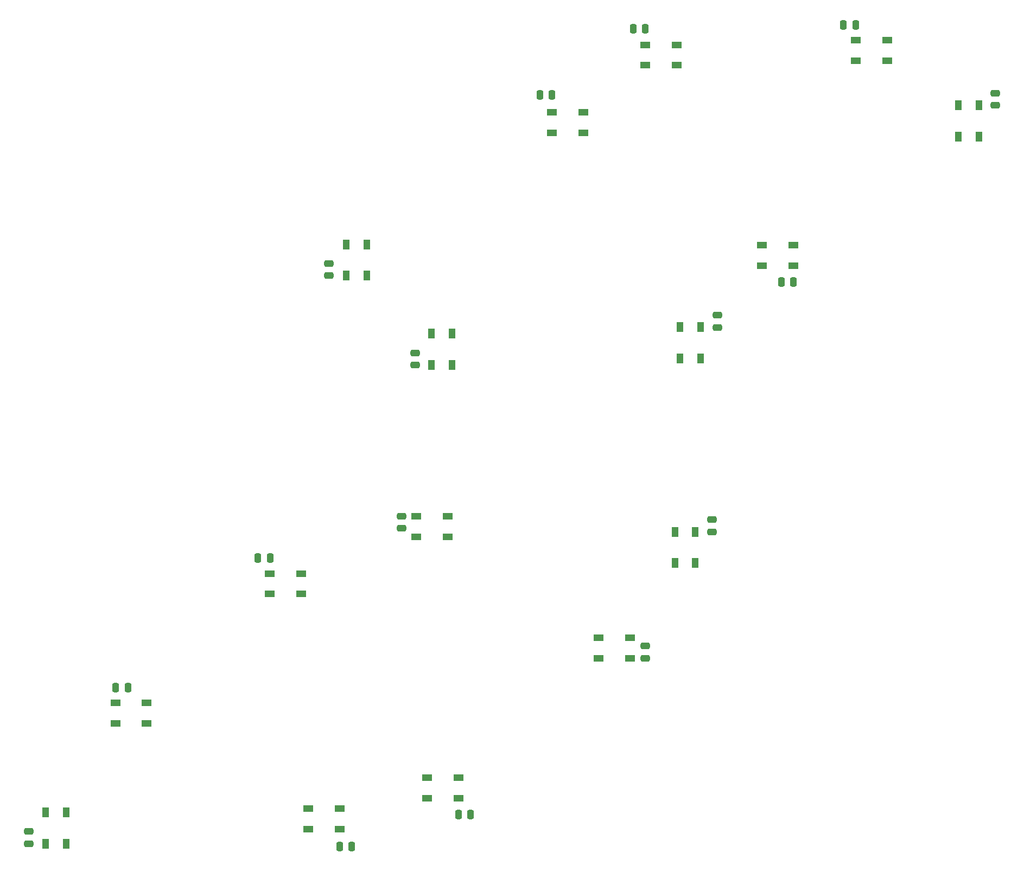
<source format=gbr>
%TF.GenerationSoftware,KiCad,Pcbnew,(6.0.1)*%
%TF.CreationDate,2022-03-18T19:46:04+01:00*%
%TF.ProjectId,pcb_v1,7063625f-7631-42e6-9b69-6361645f7063,v1*%
%TF.SameCoordinates,Original*%
%TF.FileFunction,Paste,Top*%
%TF.FilePolarity,Positive*%
%FSLAX46Y46*%
G04 Gerber Fmt 4.6, Leading zero omitted, Abs format (unit mm)*
G04 Created by KiCad (PCBNEW (6.0.1)) date 2022-03-18 19:46:04*
%MOMM*%
%LPD*%
G01*
G04 APERTURE LIST*
G04 Aperture macros list*
%AMRoundRect*
0 Rectangle with rounded corners*
0 $1 Rounding radius*
0 $2 $3 $4 $5 $6 $7 $8 $9 X,Y pos of 4 corners*
0 Add a 4 corners polygon primitive as box body*
4,1,4,$2,$3,$4,$5,$6,$7,$8,$9,$2,$3,0*
0 Add four circle primitives for the rounded corners*
1,1,$1+$1,$2,$3*
1,1,$1+$1,$4,$5*
1,1,$1+$1,$6,$7*
1,1,$1+$1,$8,$9*
0 Add four rect primitives between the rounded corners*
20,1,$1+$1,$2,$3,$4,$5,0*
20,1,$1+$1,$4,$5,$6,$7,0*
20,1,$1+$1,$6,$7,$8,$9,0*
20,1,$1+$1,$8,$9,$2,$3,0*%
G04 Aperture macros list end*
%ADD10RoundRect,0.250000X-0.250000X-0.475000X0.250000X-0.475000X0.250000X0.475000X-0.250000X0.475000X0*%
%ADD11R,1.500000X1.000000*%
%ADD12RoundRect,0.250000X-0.475000X0.250000X-0.475000X-0.250000X0.475000X-0.250000X0.475000X0.250000X0*%
%ADD13R,1.000000X1.500000*%
%ADD14RoundRect,0.250000X0.250000X0.475000X-0.250000X0.475000X-0.250000X-0.475000X0.250000X-0.475000X0*%
%ADD15RoundRect,0.250000X0.475000X-0.250000X0.475000X0.250000X-0.475000X0.250000X-0.475000X-0.250000X0*%
G04 APERTURE END LIST*
D10*
%TO.C,C13*%
X166870000Y-38320000D03*
X168770000Y-38320000D03*
%TD*%
D11*
%TO.C,D10*%
X191900000Y-75325000D03*
X191900000Y-72125000D03*
X187000000Y-72125000D03*
X187000000Y-75325000D03*
%TD*%
D12*
%TO.C,C4*%
X72630000Y-163690000D03*
X72630000Y-165590000D03*
%TD*%
D11*
%TO.C,D2*%
X110200000Y-123400000D03*
X110200000Y-126600000D03*
X115100000Y-126600000D03*
X115100000Y-123400000D03*
%TD*%
D10*
%TO.C,C14*%
X152340000Y-48670000D03*
X154240000Y-48670000D03*
%TD*%
D12*
%TO.C,C9*%
X180000000Y-83080000D03*
X180000000Y-84980000D03*
%TD*%
D13*
%TO.C,D16*%
X135425000Y-90850000D03*
X138625000Y-90850000D03*
X138625000Y-85950000D03*
X135425000Y-85950000D03*
%TD*%
D12*
%TO.C,C11*%
X223340000Y-48390000D03*
X223340000Y-50290000D03*
%TD*%
D14*
%TO.C,C5*%
X122970000Y-166030000D03*
X121070000Y-166030000D03*
%TD*%
D12*
%TO.C,C8*%
X179190000Y-114980000D03*
X179190000Y-116880000D03*
%TD*%
D11*
%TO.C,D7*%
X166375000Y-136600000D03*
X166375000Y-133400000D03*
X161475000Y-133400000D03*
X161475000Y-136600000D03*
%TD*%
%TO.C,D12*%
X201625000Y-40125000D03*
X201625000Y-43325000D03*
X206525000Y-43325000D03*
X206525000Y-40125000D03*
%TD*%
D10*
%TO.C,C12*%
X199710000Y-37770000D03*
X201610000Y-37770000D03*
%TD*%
D11*
%TO.C,D6*%
X139625000Y-158450000D03*
X139625000Y-155250000D03*
X134725000Y-155250000D03*
X134725000Y-158450000D03*
%TD*%
D12*
%TO.C,C16*%
X132830000Y-88960000D03*
X132830000Y-90860000D03*
%TD*%
D10*
%TO.C,C10*%
X190010000Y-77840000D03*
X191910000Y-77840000D03*
%TD*%
D13*
%TO.C,D4*%
X75225000Y-165575000D03*
X78425000Y-165575000D03*
X78425000Y-160675000D03*
X75225000Y-160675000D03*
%TD*%
D10*
%TO.C,C2*%
X108340000Y-121010000D03*
X110240000Y-121010000D03*
%TD*%
D12*
%TO.C,C15*%
X119410000Y-75000000D03*
X119410000Y-76900000D03*
%TD*%
D11*
%TO.C,D14*%
X154225000Y-51400000D03*
X154225000Y-54600000D03*
X159125000Y-54600000D03*
X159125000Y-51400000D03*
%TD*%
D12*
%TO.C,C7*%
X168760000Y-134720000D03*
X168760000Y-136620000D03*
%TD*%
D14*
%TO.C,C6*%
X141520000Y-161010000D03*
X139620000Y-161010000D03*
%TD*%
%TO.C,C3*%
X88040000Y-141200000D03*
X86140000Y-141200000D03*
%TD*%
D13*
%TO.C,D11*%
X220825000Y-50300000D03*
X217625000Y-50300000D03*
X217625000Y-55200000D03*
X220825000Y-55200000D03*
%TD*%
D11*
%TO.C,D1*%
X133025000Y-114450000D03*
X133025000Y-117650000D03*
X137925000Y-117650000D03*
X137925000Y-114450000D03*
%TD*%
%TO.C,D5*%
X121075000Y-163325000D03*
X121075000Y-160125000D03*
X116175000Y-160125000D03*
X116175000Y-163325000D03*
%TD*%
D13*
%TO.C,D8*%
X176600000Y-116875000D03*
X173400000Y-116875000D03*
X173400000Y-121775000D03*
X176600000Y-121775000D03*
%TD*%
D15*
%TO.C,C1*%
X130720000Y-116340000D03*
X130720000Y-114440000D03*
%TD*%
D13*
%TO.C,D9*%
X177400000Y-84950000D03*
X174200000Y-84950000D03*
X174200000Y-89850000D03*
X177400000Y-89850000D03*
%TD*%
D11*
%TO.C,D3*%
X86100000Y-143600000D03*
X86100000Y-146800000D03*
X91000000Y-146800000D03*
X91000000Y-143600000D03*
%TD*%
D13*
%TO.C,D15*%
X122100000Y-76900000D03*
X125300000Y-76900000D03*
X125300000Y-72000000D03*
X122100000Y-72000000D03*
%TD*%
D11*
%TO.C,D13*%
X168775000Y-40850000D03*
X168775000Y-44050000D03*
X173675000Y-44050000D03*
X173675000Y-40850000D03*
%TD*%
M02*

</source>
